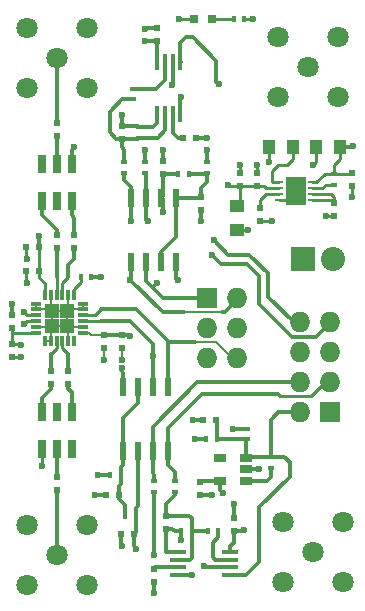
<source format=gtl>
G04 #@! TF.FileFunction,Copper,L1,Top,Signal*
%FSLAX46Y46*%
G04 Gerber Fmt 4.6, Leading zero omitted, Abs format (unit mm)*
G04 Created by KiCad (PCBNEW 4.0.2-stable) date Tue Mar  8 23:24:32 2016*
%MOMM*%
G01*
G04 APERTURE LIST*
%ADD10C,0.100000*%
%ADD11R,0.500000X0.600000*%
%ADD12R,0.600000X0.500000*%
%ADD13R,1.250000X1.000000*%
%ADD14R,1.000000X1.250000*%
%ADD15R,1.727200X1.727200*%
%ADD16O,1.727200X1.727200*%
%ADD17R,2.032000X2.032000*%
%ADD18O,2.032000X2.032000*%
%ADD19R,0.400000X0.600000*%
%ADD20R,0.600000X0.400000*%
%ADD21C,1.800000*%
%ADD22R,0.760000X1.650000*%
%ADD23R,0.850000X0.300000*%
%ADD24R,0.300000X0.850000*%
%ADD25R,1.300000X1.300000*%
%ADD26R,0.700000X0.250000*%
%ADD27R,0.830000X1.190000*%
%ADD28R,0.600000X1.550000*%
%ADD29R,1.450000X0.450000*%
%ADD30R,0.450000X1.450000*%
%ADD31R,1.060000X0.650000*%
%ADD32R,0.797560X0.797560*%
%ADD33C,0.600000*%
%ADD34C,0.350000*%
%ADD35C,0.250000*%
%ADD36C,0.200000*%
G04 APERTURE END LIST*
D10*
D11*
X83500000Y-104550000D03*
X83500000Y-103450000D03*
D12*
X80950000Y-114000000D03*
X82050000Y-114000000D03*
D11*
X79750000Y-119700000D03*
X79750000Y-120800000D03*
D12*
X80950000Y-116000000D03*
X82050000Y-116000000D03*
D11*
X79750000Y-123300000D03*
X79750000Y-122200000D03*
X85000000Y-114050000D03*
X85000000Y-112950000D03*
X84500000Y-124450000D03*
X84500000Y-125550000D03*
X83000000Y-124450000D03*
X83000000Y-125550000D03*
X87500000Y-122550000D03*
X87500000Y-121450000D03*
X89000000Y-122550000D03*
X89000000Y-121450000D03*
X100500000Y-107700000D03*
X100500000Y-108800000D03*
X83500000Y-133450000D03*
X83500000Y-134550000D03*
D13*
X98750000Y-112500000D03*
X98750000Y-110500000D03*
D11*
X99000000Y-107700000D03*
X99000000Y-108800000D03*
D14*
X101500000Y-105500000D03*
X103500000Y-105500000D03*
D11*
X100750000Y-111800000D03*
X100750000Y-110700000D03*
X107000000Y-111300000D03*
X107000000Y-110200000D03*
D14*
X105500000Y-105500000D03*
X107500000Y-105500000D03*
D11*
X108500000Y-108800000D03*
X108500000Y-107700000D03*
D15*
X96250000Y-118250000D03*
D16*
X98790000Y-118250000D03*
X96250000Y-120790000D03*
X98790000Y-120790000D03*
X96250000Y-123330000D03*
X98790000Y-123330000D03*
D17*
X104385000Y-114950000D03*
D18*
X106925000Y-114950000D03*
D19*
X86450000Y-116500000D03*
X85550000Y-116500000D03*
D20*
X107000000Y-107800000D03*
X107000000Y-108700000D03*
D21*
X83500000Y-98000000D03*
X80960000Y-95460000D03*
X86040000Y-95460000D03*
X86040000Y-100540000D03*
X80960000Y-100540000D03*
D22*
X83500000Y-106910000D03*
X84770000Y-106910000D03*
X84770000Y-110090000D03*
X83500000Y-110090000D03*
X82230000Y-110090000D03*
X82230000Y-106910000D03*
D23*
X81800000Y-118750000D03*
X81800000Y-119250000D03*
X81800000Y-119750000D03*
X81800000Y-120250000D03*
X81800000Y-120750000D03*
X81800000Y-121250000D03*
D24*
X82500000Y-121950000D03*
X83000000Y-121950000D03*
X83500000Y-121950000D03*
X84000000Y-121950000D03*
X84500000Y-121950000D03*
X85000000Y-121950000D03*
D23*
X85700000Y-121250000D03*
X85700000Y-120750000D03*
X85700000Y-120250000D03*
X85700000Y-119750000D03*
X85700000Y-119250000D03*
X85700000Y-118750000D03*
D24*
X85000000Y-118050000D03*
X84500000Y-118050000D03*
X84000000Y-118050000D03*
X83500000Y-118050000D03*
X83000000Y-118050000D03*
X82500000Y-118050000D03*
D25*
X84400000Y-120650000D03*
X84400000Y-119350000D03*
X83100000Y-120650000D03*
X83100000Y-119350000D03*
D22*
X83500000Y-131090000D03*
X82230000Y-131090000D03*
X82230000Y-127910000D03*
X83500000Y-127910000D03*
X84770000Y-127910000D03*
X84770000Y-131090000D03*
D21*
X83500000Y-140000000D03*
X86040000Y-142540000D03*
X80960000Y-142540000D03*
X80960000Y-137460000D03*
X86040000Y-137460000D03*
D26*
X102350000Y-108500000D03*
X102350000Y-109000000D03*
X102350000Y-109500000D03*
X102350000Y-110000000D03*
X105150000Y-110000000D03*
X105150000Y-109500000D03*
X105150000Y-109000000D03*
X105150000Y-108500000D03*
D27*
X104165000Y-109845000D03*
X104165000Y-108655000D03*
X103335000Y-109845000D03*
X103335000Y-108655000D03*
D12*
X88800000Y-135000000D03*
X87700000Y-135000000D03*
D11*
X95750000Y-109700000D03*
X95750000Y-110800000D03*
D12*
X88950000Y-138250000D03*
X90050000Y-138250000D03*
D11*
X92500000Y-106700000D03*
X92500000Y-107800000D03*
X92750000Y-136700000D03*
X92750000Y-137800000D03*
X91750000Y-142300000D03*
X91750000Y-141200000D03*
X89000000Y-104800000D03*
X89000000Y-103700000D03*
D12*
X95300000Y-104750000D03*
X94200000Y-104750000D03*
D11*
X98500000Y-136950000D03*
X98500000Y-138050000D03*
X92000000Y-95450000D03*
X92000000Y-96550000D03*
D19*
X88950000Y-133250000D03*
X88050000Y-133250000D03*
D20*
X96250000Y-107700000D03*
X96250000Y-106800000D03*
D19*
X90200000Y-136750000D03*
X89300000Y-136750000D03*
X93800000Y-107750000D03*
X94700000Y-107750000D03*
D20*
X93500000Y-134700000D03*
X93500000Y-133800000D03*
X89250000Y-106800000D03*
X89250000Y-107700000D03*
D19*
X94950000Y-138000000D03*
X94050000Y-138000000D03*
D20*
X90500000Y-104700000D03*
X90500000Y-103800000D03*
D19*
X97200000Y-138000000D03*
X96300000Y-138000000D03*
D20*
X90000000Y-100550000D03*
X90000000Y-101450000D03*
X91750000Y-133800000D03*
X91750000Y-134700000D03*
X91000000Y-107700000D03*
X91000000Y-106800000D03*
D28*
X92905000Y-125800000D03*
X91635000Y-125800000D03*
X90365000Y-125800000D03*
X89095000Y-125800000D03*
X89095000Y-131200000D03*
X90365000Y-131200000D03*
X91635000Y-131200000D03*
X92905000Y-131200000D03*
X89845000Y-115200000D03*
X91115000Y-115200000D03*
X92385000Y-115200000D03*
X93655000Y-115200000D03*
X93655000Y-109800000D03*
X92385000Y-109800000D03*
X91115000Y-109800000D03*
X89845000Y-109800000D03*
D29*
X93800000Y-139775000D03*
X93800000Y-140425000D03*
X93800000Y-141075000D03*
X93800000Y-141725000D03*
X98200000Y-141725000D03*
X98200000Y-141075000D03*
X98200000Y-140425000D03*
X98200000Y-139775000D03*
D30*
X92025000Y-102700000D03*
X92675000Y-102700000D03*
X93325000Y-102700000D03*
X93975000Y-102700000D03*
X93975000Y-98300000D03*
X93325000Y-98300000D03*
X92675000Y-98300000D03*
X92025000Y-98300000D03*
D21*
X105250000Y-139750000D03*
X107790000Y-142290000D03*
X102710000Y-142290000D03*
X102710000Y-137210000D03*
X107790000Y-137210000D03*
X104750000Y-98750000D03*
X107290000Y-96210000D03*
X107290000Y-101290000D03*
X102210000Y-101290000D03*
X102210000Y-96210000D03*
D12*
X95885000Y-128600000D03*
X96985000Y-128600000D03*
D11*
X95635000Y-134950000D03*
X95635000Y-133850000D03*
X83500000Y-114050000D03*
X83500000Y-112950000D03*
D19*
X96185000Y-130200000D03*
X97085000Y-130200000D03*
D20*
X101635000Y-131750000D03*
X101635000Y-132650000D03*
X99635000Y-129350000D03*
X99635000Y-130250000D03*
D15*
X106635000Y-127950000D03*
D16*
X104095000Y-127950000D03*
X106635000Y-125410000D03*
X104095000Y-125410000D03*
X106635000Y-122870000D03*
X104095000Y-122870000D03*
X106635000Y-120330000D03*
X104095000Y-120330000D03*
D31*
X99535000Y-133750000D03*
X99535000Y-132800000D03*
X99535000Y-131850000D03*
X97335000Y-131850000D03*
X97335000Y-133750000D03*
D32*
X95135700Y-94700000D03*
X96634300Y-94700000D03*
D19*
X99385000Y-94700000D03*
X98485000Y-94700000D03*
D33*
X100135000Y-94700000D03*
X95035000Y-128600000D03*
X95235000Y-130200000D03*
X96635000Y-135000000D03*
X100635000Y-132800000D03*
X99750000Y-112500000D03*
X101500000Y-106750000D03*
X105250000Y-107000000D03*
X104165000Y-109845000D03*
X103335000Y-109845000D03*
X104165000Y-108655000D03*
X103335000Y-108655000D03*
X100500000Y-107000000D03*
X99000000Y-107000000D03*
X101750000Y-111750000D03*
X106300000Y-111300000D03*
X108500000Y-109750000D03*
X98500000Y-135750000D03*
X91750000Y-143250000D03*
X95000000Y-141750000D03*
X89000000Y-139250000D03*
X87000000Y-133250000D03*
X86750000Y-135000000D03*
X95750000Y-111750000D03*
X96250000Y-105750000D03*
X94000000Y-101250000D03*
X96250000Y-104750000D03*
X92500000Y-105750000D03*
X91000000Y-95500000D03*
X83000000Y-120750000D03*
X84500000Y-120750000D03*
X84500000Y-119250000D03*
X83000000Y-119250000D03*
X82250000Y-132500000D03*
X80500000Y-123250000D03*
X79750000Y-118750000D03*
X93750000Y-116750000D03*
X89000000Y-124250000D03*
X89000000Y-123500000D03*
X87500000Y-123500000D03*
X81000000Y-117000000D03*
X81000000Y-115000000D03*
X85000000Y-105500000D03*
X93885000Y-94700000D03*
X97635000Y-134800000D03*
X98435000Y-129400000D03*
X99385000Y-137950000D03*
X98000000Y-108750000D03*
X91000000Y-96500000D03*
X92500000Y-111000000D03*
X89750000Y-121500000D03*
X82000000Y-113000000D03*
X87250000Y-116500000D03*
X90250000Y-139500000D03*
X80500000Y-122250000D03*
X108635000Y-105400000D03*
X80750000Y-119500000D03*
X89750000Y-116750000D03*
X92000000Y-117000000D03*
X80750000Y-120500000D03*
X91635000Y-123200000D03*
X94000000Y-138750000D03*
X89000000Y-102750000D03*
X96635000Y-114600000D03*
X89835000Y-111800000D03*
X96835000Y-113400000D03*
X91235000Y-111800000D03*
X97235000Y-100200000D03*
X91750000Y-140000000D03*
X96000000Y-141000000D03*
X91000000Y-105750000D03*
X93250000Y-100250000D03*
D34*
X83500000Y-106910000D02*
X83500000Y-104550000D01*
X83500000Y-103450000D02*
X83500000Y-98000000D01*
D35*
X99385000Y-94700000D02*
X100135000Y-94700000D01*
D34*
X95885000Y-128600000D02*
X95035000Y-128600000D01*
X96185000Y-130200000D02*
X95235000Y-130200000D01*
X95635000Y-134950000D02*
X96585000Y-134950000D01*
X96585000Y-134950000D02*
X96635000Y-135000000D01*
X99535000Y-132800000D02*
X100635000Y-132800000D01*
D35*
X98750000Y-112500000D02*
X99750000Y-112500000D01*
X101500000Y-105500000D02*
X101500000Y-106750000D01*
X105500000Y-105500000D02*
X105500000Y-106750000D01*
X105500000Y-106750000D02*
X105250000Y-107000000D01*
X103180000Y-110000000D02*
X103335000Y-109845000D01*
X102350000Y-110000000D02*
X103180000Y-110000000D01*
X100500000Y-107700000D02*
X100500000Y-107000000D01*
X99000000Y-107700000D02*
X99000000Y-107000000D01*
X100750000Y-111800000D02*
X101700000Y-111800000D01*
X101700000Y-111800000D02*
X101750000Y-111750000D01*
X106300000Y-111300000D02*
X106250000Y-111250000D01*
X107000000Y-111300000D02*
X106300000Y-111300000D01*
X108500000Y-108800000D02*
X108500000Y-109750000D01*
D34*
X98500000Y-136950000D02*
X98500000Y-135750000D01*
X91750000Y-142300000D02*
X91750000Y-143250000D01*
X93800000Y-141725000D02*
X94975000Y-141725000D01*
X94975000Y-141725000D02*
X95000000Y-141750000D01*
X88950000Y-138250000D02*
X88950000Y-139200000D01*
X88950000Y-139200000D02*
X89000000Y-139250000D01*
X88050000Y-133250000D02*
X87000000Y-133250000D01*
X87700000Y-135000000D02*
X86750000Y-135000000D01*
X95750000Y-110800000D02*
X95750000Y-111750000D01*
X96250000Y-106800000D02*
X96250000Y-105750000D01*
X93975000Y-102700000D02*
X93975000Y-101275000D01*
X93975000Y-101275000D02*
X94000000Y-101250000D01*
X95300000Y-104750000D02*
X96250000Y-104750000D01*
X92500000Y-106700000D02*
X92500000Y-105750000D01*
X92000000Y-95450000D02*
X91050000Y-95450000D01*
X91050000Y-95450000D02*
X91000000Y-95500000D01*
D35*
X83000000Y-120750000D02*
X83100000Y-120650000D01*
X84500000Y-120750000D02*
X84400000Y-120650000D01*
X84500000Y-119250000D02*
X84400000Y-119350000D01*
X83000000Y-119250000D02*
X83100000Y-119350000D01*
X82230000Y-131090000D02*
X82230000Y-132480000D01*
X82230000Y-132480000D02*
X82250000Y-132500000D01*
X79750000Y-123300000D02*
X80450000Y-123300000D01*
X80450000Y-123300000D02*
X80500000Y-123250000D01*
D34*
X79750000Y-119700000D02*
X79750000Y-118750000D01*
X93655000Y-115200000D02*
X93655000Y-116655000D01*
X93655000Y-116655000D02*
X93750000Y-116750000D01*
X89095000Y-125800000D02*
X89095000Y-124595000D01*
X89000000Y-124500000D02*
X89000000Y-124250000D01*
X89095000Y-124595000D02*
X89000000Y-124500000D01*
D36*
X89000000Y-122550000D02*
X89000000Y-123500000D01*
X87500000Y-122550000D02*
X87500000Y-123500000D01*
X81800000Y-120750000D02*
X83000000Y-120750000D01*
X82500000Y-121950000D02*
X83000000Y-121950000D01*
X83000000Y-121950000D02*
X83000000Y-120750000D01*
X83000000Y-120750000D02*
X83100000Y-120650000D01*
X84500000Y-121950000D02*
X84500000Y-120750000D01*
X85700000Y-120750000D02*
X84500000Y-120750000D01*
X84400000Y-120650000D02*
X84400000Y-119350000D01*
X83100000Y-120650000D02*
X84400000Y-120650000D01*
X83100000Y-119350000D02*
X83100000Y-120650000D01*
X84400000Y-119350000D02*
X83100000Y-119350000D01*
X85700000Y-118750000D02*
X85700000Y-118800000D01*
X85700000Y-118800000D02*
X85700000Y-119250000D01*
X85700000Y-119250000D02*
X84500000Y-119250000D01*
X84500000Y-118050000D02*
X84500000Y-119250000D01*
X84500000Y-119250000D02*
X84400000Y-119350000D01*
X81800000Y-118750000D02*
X81800000Y-119250000D01*
X81800000Y-119250000D02*
X83000000Y-119250000D01*
X83000000Y-118050000D02*
X83000000Y-119250000D01*
X83000000Y-119250000D02*
X83100000Y-119350000D01*
D35*
X80950000Y-116000000D02*
X80950000Y-116950000D01*
X80950000Y-116950000D02*
X81000000Y-117000000D01*
X80950000Y-114000000D02*
X80950000Y-114950000D01*
X80950000Y-114950000D02*
X81000000Y-115000000D01*
D34*
X84770000Y-106910000D02*
X84770000Y-105730000D01*
X84770000Y-105730000D02*
X85000000Y-105500000D01*
D35*
X95135700Y-94700000D02*
X93885000Y-94700000D01*
D34*
X97335000Y-133750000D02*
X97335000Y-134500000D01*
X97335000Y-134500000D02*
X97635000Y-134800000D01*
X97335000Y-133750000D02*
X95735000Y-133750000D01*
X95735000Y-133750000D02*
X95635000Y-133850000D01*
X99635000Y-129350000D02*
X98485000Y-129350000D01*
X98485000Y-129350000D02*
X98435000Y-129400000D01*
X98500000Y-138050000D02*
X99285000Y-138050000D01*
X99285000Y-138050000D02*
X99385000Y-137950000D01*
D35*
X99000000Y-108800000D02*
X98050000Y-108800000D01*
X98050000Y-108800000D02*
X98000000Y-108750000D01*
X99000000Y-108800000D02*
X99000000Y-110250000D01*
X99000000Y-110250000D02*
X98750000Y-110500000D01*
X100500000Y-108800000D02*
X99000000Y-108800000D01*
X100500000Y-108800000D02*
X101050000Y-108800000D01*
X101250000Y-109000000D02*
X102350000Y-109000000D01*
X101050000Y-108800000D02*
X101250000Y-109000000D01*
D34*
X92000000Y-96550000D02*
X91950000Y-96500000D01*
X91950000Y-96500000D02*
X91000000Y-96500000D01*
X92385000Y-109800000D02*
X92500000Y-109915000D01*
X92500000Y-109915000D02*
X92500000Y-111000000D01*
X89000000Y-121450000D02*
X89700000Y-121450000D01*
X89700000Y-121450000D02*
X89750000Y-121500000D01*
X82050000Y-114000000D02*
X82050000Y-113050000D01*
X82050000Y-113050000D02*
X82000000Y-113000000D01*
X86450000Y-116500000D02*
X87250000Y-116500000D01*
X98200000Y-139775000D02*
X98200000Y-139300000D01*
X98500000Y-139000000D02*
X98500000Y-138050000D01*
X98200000Y-139300000D02*
X98500000Y-139000000D01*
X90050000Y-138250000D02*
X90050000Y-139300000D01*
X90050000Y-139300000D02*
X90250000Y-139500000D01*
X90200000Y-136750000D02*
X90200000Y-138100000D01*
X90200000Y-138100000D02*
X90050000Y-138250000D01*
X90365000Y-131200000D02*
X90365000Y-135885000D01*
X90200000Y-136050000D02*
X90200000Y-136750000D01*
X90365000Y-135885000D02*
X90200000Y-136050000D01*
X92500000Y-107800000D02*
X93750000Y-107800000D01*
X93750000Y-107800000D02*
X93800000Y-107750000D01*
X92500000Y-107800000D02*
X92500000Y-109685000D01*
X92500000Y-109685000D02*
X92385000Y-109800000D01*
X92000000Y-96550000D02*
X92000000Y-98275000D01*
X92000000Y-98275000D02*
X92025000Y-98300000D01*
D35*
X79750000Y-122200000D02*
X80450000Y-122200000D01*
X80450000Y-122200000D02*
X80500000Y-122250000D01*
X81800000Y-121250000D02*
X79750000Y-121250000D01*
X79750000Y-120800000D02*
X79750000Y-121250000D01*
X79750000Y-121250000D02*
X79750000Y-122200000D01*
D34*
X87500000Y-121450000D02*
X89000000Y-121450000D01*
D36*
X85700000Y-121250000D02*
X86250000Y-121250000D01*
X86450000Y-121450000D02*
X87500000Y-121450000D01*
X86250000Y-121250000D02*
X86450000Y-121450000D01*
D35*
X82050000Y-116000000D02*
X82050000Y-114000000D01*
X82500000Y-118050000D02*
X82500000Y-117000000D01*
X82050000Y-116550000D02*
X82050000Y-116000000D01*
X82500000Y-117000000D02*
X82050000Y-116550000D01*
D34*
X83500000Y-114050000D02*
X83500000Y-116500000D01*
D35*
X83500000Y-116500000D02*
X83500000Y-118050000D01*
D34*
X83500000Y-112950000D02*
X83500000Y-112500000D01*
X82230000Y-111230000D02*
X82230000Y-110090000D01*
X83500000Y-112500000D02*
X82230000Y-111230000D01*
X84500000Y-116500000D02*
X84500000Y-115500000D01*
D35*
X84000000Y-117000000D02*
X84500000Y-116500000D01*
X84000000Y-118050000D02*
X84000000Y-117000000D01*
D34*
X85000000Y-115000000D02*
X85000000Y-114050000D01*
X84500000Y-115500000D02*
X85000000Y-115000000D01*
X84770000Y-110090000D02*
X84770000Y-111270000D01*
X85000000Y-111500000D02*
X85000000Y-112950000D01*
X84770000Y-111270000D02*
X85000000Y-111500000D01*
X84500000Y-124450000D02*
X84500000Y-123000000D01*
D35*
X84000000Y-122500000D02*
X84500000Y-123000000D01*
X84000000Y-122500000D02*
X84000000Y-121950000D01*
D34*
X84500000Y-125550000D02*
X84500000Y-126000000D01*
X84770000Y-126270000D02*
X84770000Y-127910000D01*
X84500000Y-126000000D02*
X84770000Y-126270000D01*
X83000000Y-124450000D02*
X83000000Y-123000000D01*
D35*
X83500000Y-122500000D02*
X83000000Y-123000000D01*
X83500000Y-122500000D02*
X83500000Y-121950000D01*
D34*
X83000000Y-125550000D02*
X83000000Y-126000000D01*
X82230000Y-126770000D02*
X82230000Y-127910000D01*
X83000000Y-126000000D02*
X82230000Y-126770000D01*
X83500000Y-133450000D02*
X83500000Y-131090000D01*
X83500000Y-134550000D02*
X83500000Y-140000000D01*
D35*
X102350000Y-108500000D02*
X101750000Y-108500000D01*
X103500000Y-106500000D02*
X103500000Y-105500000D01*
X103000000Y-107000000D02*
X103500000Y-106500000D01*
X102250000Y-107000000D02*
X103000000Y-107000000D01*
X101750000Y-107500000D02*
X102250000Y-107000000D01*
X101750000Y-108500000D02*
X101750000Y-107500000D01*
X102350000Y-109500000D02*
X101250000Y-109500000D01*
X100750000Y-110000000D02*
X100750000Y-110700000D01*
X101250000Y-109500000D02*
X100750000Y-110000000D01*
X105150000Y-110000000D02*
X106800000Y-110000000D01*
X106800000Y-110000000D02*
X107000000Y-110200000D01*
X105150000Y-109500000D02*
X106750000Y-109500000D01*
X107000000Y-109750000D02*
X107000000Y-110200000D01*
X106750000Y-109500000D02*
X107000000Y-109750000D01*
D34*
X108535000Y-105500000D02*
X107500000Y-105500000D01*
X108635000Y-105400000D02*
X108535000Y-105500000D01*
D35*
X107000000Y-107800000D02*
X108400000Y-107800000D01*
X108400000Y-107800000D02*
X108500000Y-107700000D01*
X107000000Y-107800000D02*
X107000000Y-107000000D01*
X107000000Y-107000000D02*
X107500000Y-106500000D01*
X107500000Y-106500000D02*
X107500000Y-105500000D01*
X105150000Y-108500000D02*
X105500000Y-108500000D01*
X105500000Y-108500000D02*
X106200000Y-107800000D01*
X106200000Y-107800000D02*
X107000000Y-107800000D01*
X85000000Y-118050000D02*
X85000000Y-117500000D01*
X85550000Y-116950000D02*
X85550000Y-116500000D01*
X85000000Y-117500000D02*
X85550000Y-116950000D01*
X105150000Y-109000000D02*
X106000000Y-109000000D01*
X106300000Y-108700000D02*
X107000000Y-108700000D01*
X106000000Y-109000000D02*
X106300000Y-108700000D01*
X81000000Y-119750000D02*
X80750000Y-119500000D01*
X81800000Y-119750000D02*
X81000000Y-119750000D01*
D34*
X94250000Y-119500000D02*
X92500000Y-119500000D01*
X98790000Y-118460000D02*
X97750000Y-119500000D01*
X97750000Y-119500000D02*
X97500000Y-119500000D01*
D36*
X94250000Y-119500000D02*
X97500000Y-119500000D01*
D34*
X89845000Y-116845000D02*
X89845000Y-115200000D01*
X92500000Y-119500000D02*
X89845000Y-116845000D01*
X98790000Y-118250000D02*
X98790000Y-118460000D01*
D35*
X98790000Y-118250000D02*
X98750000Y-118250000D01*
D34*
X92000000Y-117000000D02*
X91625000Y-117375000D01*
D35*
X81800000Y-120250000D02*
X81000000Y-120250000D01*
X81000000Y-120250000D02*
X80750000Y-120500000D01*
D34*
X91625000Y-117375000D02*
X91500000Y-117250000D01*
X96250000Y-118250000D02*
X92500000Y-118250000D01*
X91115000Y-116865000D02*
X91115000Y-115200000D01*
X92500000Y-118250000D02*
X91500000Y-117250000D01*
X91500000Y-117250000D02*
X91115000Y-116865000D01*
X87250000Y-120250000D02*
X89750000Y-120250000D01*
D35*
X85700000Y-120250000D02*
X87250000Y-120250000D01*
D34*
X91635000Y-122135000D02*
X91635000Y-123200000D01*
X91635000Y-123200000D02*
X91635000Y-125800000D01*
X89750000Y-120250000D02*
X91635000Y-122135000D01*
X92905000Y-122000000D02*
X95250000Y-122000000D01*
D36*
X97000000Y-122000000D02*
X95250000Y-122000000D01*
X97000000Y-122000000D02*
X98330000Y-123330000D01*
X98790000Y-123330000D02*
X98330000Y-123330000D01*
D34*
X87250000Y-119250000D02*
X90250000Y-119250000D01*
D35*
X86750000Y-119750000D02*
X87250000Y-119250000D01*
X85700000Y-119750000D02*
X86750000Y-119750000D01*
D34*
X92905000Y-121905000D02*
X92905000Y-122000000D01*
X92905000Y-122000000D02*
X92905000Y-125800000D01*
X90250000Y-119250000D02*
X92905000Y-121905000D01*
X93800000Y-140425000D02*
X94825000Y-140425000D01*
X94950000Y-140300000D02*
X94950000Y-138000000D01*
X94825000Y-140425000D02*
X94950000Y-140300000D01*
X94950000Y-138000000D02*
X96300000Y-138000000D01*
X92750000Y-136700000D02*
X94700000Y-136700000D01*
X94950000Y-136950000D02*
X94950000Y-138000000D01*
X94700000Y-136700000D02*
X94950000Y-136950000D01*
X93500000Y-134700000D02*
X93500000Y-135000000D01*
X92750000Y-135750000D02*
X92750000Y-136700000D01*
X93500000Y-135000000D02*
X92750000Y-135750000D01*
X94050000Y-138000000D02*
X94050000Y-138700000D01*
X94050000Y-138700000D02*
X94000000Y-138750000D01*
X93800000Y-139775000D02*
X92775000Y-139775000D01*
X92750000Y-139750000D02*
X92750000Y-137800000D01*
X92775000Y-139775000D02*
X92750000Y-139750000D01*
X92750000Y-137800000D02*
X93300000Y-137800000D01*
X93500000Y-138000000D02*
X94050000Y-138000000D01*
X93300000Y-137800000D02*
X93500000Y-138000000D01*
X93800000Y-141075000D02*
X91875000Y-141075000D01*
X91875000Y-141075000D02*
X91750000Y-141200000D01*
X89000000Y-104800000D02*
X88550000Y-104800000D01*
X89050000Y-101450000D02*
X90000000Y-101450000D01*
X88000000Y-102500000D02*
X89050000Y-101450000D01*
X88000000Y-104250000D02*
X88000000Y-102500000D01*
X88550000Y-104800000D02*
X88000000Y-104250000D01*
X90500000Y-104700000D02*
X92050000Y-104700000D01*
X92675000Y-104075000D02*
X92675000Y-102700000D01*
X92050000Y-104700000D02*
X92675000Y-104075000D01*
X89000000Y-104800000D02*
X90400000Y-104800000D01*
X90400000Y-104800000D02*
X90500000Y-104700000D01*
X89250000Y-106800000D02*
X89250000Y-105750000D01*
X89000000Y-105500000D02*
X89000000Y-104800000D01*
X89250000Y-105750000D02*
X89000000Y-105500000D01*
X89000000Y-103700000D02*
X89000000Y-102750000D01*
X89000000Y-103700000D02*
X90400000Y-103700000D01*
X90400000Y-103700000D02*
X90500000Y-103800000D01*
X90500000Y-103800000D02*
X91700000Y-103800000D01*
X92025000Y-103475000D02*
X92025000Y-102700000D01*
X91700000Y-103800000D02*
X92025000Y-103475000D01*
X93325000Y-102700000D02*
X93325000Y-104325000D01*
X93750000Y-104750000D02*
X94200000Y-104750000D01*
X93325000Y-104325000D02*
X93750000Y-104750000D01*
D35*
X106635000Y-125410000D02*
X106225000Y-125410000D01*
X106225000Y-125410000D02*
X105035000Y-126600000D01*
X105035000Y-126600000D02*
X102435000Y-126600000D01*
D34*
X102435000Y-126600000D02*
X102235000Y-126400000D01*
X102235000Y-126400000D02*
X95835000Y-126400000D01*
X95835000Y-126400000D02*
X92905000Y-129330000D01*
X92905000Y-129330000D02*
X92905000Y-131200000D01*
X92905000Y-131200000D02*
X93000000Y-131105000D01*
X92905000Y-131200000D02*
X92905000Y-132405000D01*
X93500000Y-133000000D02*
X93500000Y-133800000D01*
X92905000Y-132405000D02*
X93500000Y-133000000D01*
X91635000Y-131200000D02*
X91635000Y-129200000D01*
X95425000Y-125410000D02*
X104095000Y-125410000D01*
X91635000Y-129200000D02*
X95425000Y-125410000D01*
X91635000Y-131200000D02*
X91635000Y-133135000D01*
X91750000Y-133250000D02*
X91750000Y-133800000D01*
X91635000Y-133135000D02*
X91750000Y-133250000D01*
X106635000Y-120330000D02*
X106635000Y-120400000D01*
X106635000Y-120400000D02*
X105435000Y-121600000D01*
X105435000Y-121600000D02*
X103435000Y-121600000D01*
X103435000Y-121600000D02*
X100635000Y-118800000D01*
X100635000Y-118800000D02*
X100635000Y-116400000D01*
X100635000Y-116400000D02*
X99635000Y-115400000D01*
X99635000Y-115400000D02*
X97435000Y-115400000D01*
X97435000Y-115400000D02*
X96635000Y-114600000D01*
X89835000Y-111800000D02*
X89845000Y-111790000D01*
X89845000Y-111790000D02*
X89845000Y-109800000D01*
X89845000Y-109800000D02*
X89845000Y-108845000D01*
X89250000Y-108250000D02*
X89250000Y-107700000D01*
X89845000Y-108845000D02*
X89250000Y-108250000D01*
X104095000Y-120330000D02*
X103565000Y-120330000D01*
X103565000Y-120330000D02*
X101435000Y-118200000D01*
X101435000Y-118200000D02*
X101435000Y-116200000D01*
X101435000Y-116200000D02*
X99835000Y-114600000D01*
X99835000Y-114600000D02*
X98035000Y-114600000D01*
X98035000Y-114600000D02*
X96835000Y-113400000D01*
X91235000Y-111800000D02*
X91115000Y-111680000D01*
X91115000Y-111680000D02*
X91115000Y-109800000D01*
X91115000Y-109800000D02*
X91115000Y-107815000D01*
X91115000Y-107815000D02*
X91000000Y-107700000D01*
X93975000Y-96660000D02*
X93975000Y-98300000D01*
X94435000Y-96200000D02*
X93975000Y-96660000D01*
X95035000Y-96200000D02*
X94435000Y-96200000D01*
X97035000Y-98200000D02*
X95035000Y-96200000D01*
X97035000Y-100000000D02*
X97035000Y-98200000D01*
X97235000Y-100200000D02*
X97035000Y-100000000D01*
X98200000Y-141725000D02*
X99510000Y-141725000D01*
X102785000Y-131750000D02*
X101635000Y-131750000D01*
X103235000Y-132200000D02*
X102785000Y-131750000D01*
X103235000Y-133400000D02*
X103235000Y-132200000D01*
X100635000Y-136000000D02*
X103235000Y-133400000D01*
X100635000Y-140600000D02*
X100635000Y-136000000D01*
X99510000Y-141725000D02*
X100635000Y-140600000D01*
X97085000Y-130200000D02*
X99585000Y-130200000D01*
X99585000Y-130200000D02*
X99635000Y-130250000D01*
X97085000Y-130200000D02*
X97085000Y-128700000D01*
X97085000Y-128700000D02*
X96985000Y-128600000D01*
X101635000Y-131750000D02*
X101635000Y-128600000D01*
X102285000Y-127950000D02*
X104095000Y-127950000D01*
X101635000Y-128600000D02*
X101835000Y-128400000D01*
X101835000Y-128400000D02*
X102285000Y-127950000D01*
X99535000Y-131850000D02*
X99535000Y-130350000D01*
X99535000Y-130350000D02*
X99635000Y-130250000D01*
X101635000Y-131750000D02*
X99635000Y-131750000D01*
X99635000Y-131750000D02*
X99535000Y-131850000D01*
X93975000Y-98300000D02*
X94000000Y-98325000D01*
X98200000Y-140425000D02*
X96925000Y-140425000D01*
X97200000Y-138550000D02*
X97200000Y-138000000D01*
X96750000Y-139000000D02*
X97200000Y-138550000D01*
X96750000Y-140250000D02*
X96750000Y-139000000D01*
X96925000Y-140425000D02*
X96750000Y-140250000D01*
X90000000Y-100550000D02*
X91950000Y-100550000D01*
X92675000Y-99825000D02*
X92675000Y-98300000D01*
X91950000Y-100550000D02*
X92675000Y-99825000D01*
X91750000Y-134700000D02*
X91750000Y-140000000D01*
X98200000Y-141075000D02*
X96075000Y-141075000D01*
X96075000Y-141075000D02*
X96000000Y-141000000D01*
X93325000Y-98300000D02*
X93325000Y-100175000D01*
X91000000Y-105750000D02*
X91000000Y-106800000D01*
X93325000Y-100175000D02*
X93250000Y-100250000D01*
X88800000Y-135000000D02*
X88800000Y-135300000D01*
X89300000Y-135800000D02*
X89300000Y-136750000D01*
X88800000Y-135300000D02*
X89300000Y-135800000D01*
X88800000Y-135000000D02*
X88800000Y-134200000D01*
X88950000Y-134050000D02*
X88950000Y-133250000D01*
X88800000Y-134200000D02*
X88950000Y-134050000D01*
X89095000Y-131200000D02*
X89095000Y-132405000D01*
X88950000Y-132550000D02*
X88950000Y-133250000D01*
X89095000Y-132405000D02*
X88950000Y-132550000D01*
X90365000Y-125800000D02*
X90365000Y-127135000D01*
X89095000Y-128405000D02*
X89095000Y-131200000D01*
X90365000Y-127135000D02*
X89095000Y-128405000D01*
X95750000Y-109700000D02*
X95750000Y-109000000D01*
X96250000Y-108500000D02*
X96250000Y-107700000D01*
X95750000Y-109000000D02*
X96250000Y-108500000D01*
X94700000Y-107750000D02*
X96200000Y-107750000D01*
X96200000Y-107750000D02*
X96250000Y-107700000D01*
X93655000Y-109800000D02*
X95650000Y-109800000D01*
X95650000Y-109800000D02*
X95750000Y-109700000D01*
X92385000Y-115200000D02*
X92385000Y-114365000D01*
X93655000Y-113095000D02*
X93655000Y-109800000D01*
X92385000Y-114365000D02*
X93655000Y-113095000D01*
X99535000Y-133750000D02*
X101285000Y-133750000D01*
X101635000Y-133400000D02*
X101635000Y-132650000D01*
X101285000Y-133750000D02*
X101635000Y-133400000D01*
D35*
X96634300Y-94700000D02*
X98485000Y-94700000D01*
M02*

</source>
